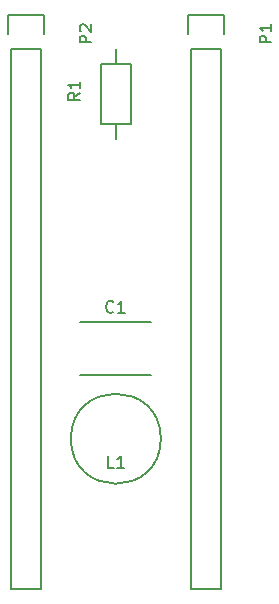
<source format=gbr>
G04 #@! TF.FileFunction,Legend,Top*
%FSLAX46Y46*%
G04 Gerber Fmt 4.6, Leading zero omitted, Abs format (unit mm)*
G04 Created by KiCad (PCBNEW 4.0.3+e1-6302~38~ubuntu16.04.1-stable) date Thu Aug 11 18:03:17 2016*
%MOMM*%
%LPD*%
G01*
G04 APERTURE LIST*
%ADD10C,0.100000*%
%ADD11C,0.150000*%
G04 APERTURE END LIST*
D10*
D11*
X89670000Y-87920000D02*
X95670000Y-87920000D01*
X95670000Y-92420000D02*
X89670000Y-92420000D01*
X96520000Y-97790000D02*
G75*
G03X96520000Y-97790000I-3810000J0D01*
G01*
X99060000Y-64770000D02*
X99060000Y-110490000D01*
X99060000Y-110490000D02*
X101600000Y-110490000D01*
X101600000Y-110490000D02*
X101600000Y-64770000D01*
X98780000Y-61950000D02*
X98780000Y-63500000D01*
X99060000Y-64770000D02*
X101600000Y-64770000D01*
X101880000Y-63500000D02*
X101880000Y-61950000D01*
X101880000Y-61950000D02*
X98780000Y-61950000D01*
X83820000Y-64770000D02*
X83820000Y-110490000D01*
X83820000Y-110490000D02*
X86360000Y-110490000D01*
X86360000Y-110490000D02*
X86360000Y-64770000D01*
X83540000Y-61950000D02*
X83540000Y-63500000D01*
X83820000Y-64770000D02*
X86360000Y-64770000D01*
X86640000Y-63500000D02*
X86640000Y-61950000D01*
X86640000Y-61950000D02*
X83540000Y-61950000D01*
X91440000Y-71120000D02*
X91440000Y-66040000D01*
X91440000Y-66040000D02*
X93980000Y-66040000D01*
X93980000Y-66040000D02*
X93980000Y-71120000D01*
X93980000Y-71120000D02*
X91440000Y-71120000D01*
X92710000Y-71120000D02*
X92710000Y-72390000D01*
X92710000Y-66040000D02*
X92710000Y-64770000D01*
X92503334Y-87027143D02*
X92455715Y-87074762D01*
X92312858Y-87122381D01*
X92217620Y-87122381D01*
X92074762Y-87074762D01*
X91979524Y-86979524D01*
X91931905Y-86884286D01*
X91884286Y-86693810D01*
X91884286Y-86550952D01*
X91931905Y-86360476D01*
X91979524Y-86265238D01*
X92074762Y-86170000D01*
X92217620Y-86122381D01*
X92312858Y-86122381D01*
X92455715Y-86170000D01*
X92503334Y-86217619D01*
X93455715Y-87122381D02*
X92884286Y-87122381D01*
X93170000Y-87122381D02*
X93170000Y-86122381D01*
X93074762Y-86265238D01*
X92979524Y-86360476D01*
X92884286Y-86408095D01*
X92543334Y-100241361D02*
X92067143Y-100241361D01*
X92067143Y-99241361D01*
X93400477Y-100241361D02*
X92829048Y-100241361D01*
X93114762Y-100241361D02*
X93114762Y-99241361D01*
X93019524Y-99384218D01*
X92924286Y-99479456D01*
X92829048Y-99527075D01*
X105882381Y-64238095D02*
X104882381Y-64238095D01*
X104882381Y-63857142D01*
X104930000Y-63761904D01*
X104977619Y-63714285D01*
X105072857Y-63666666D01*
X105215714Y-63666666D01*
X105310952Y-63714285D01*
X105358571Y-63761904D01*
X105406190Y-63857142D01*
X105406190Y-64238095D01*
X105882381Y-62714285D02*
X105882381Y-63285714D01*
X105882381Y-63000000D02*
X104882381Y-63000000D01*
X105025238Y-63095238D01*
X105120476Y-63190476D01*
X105168095Y-63285714D01*
X90642381Y-64238095D02*
X89642381Y-64238095D01*
X89642381Y-63857142D01*
X89690000Y-63761904D01*
X89737619Y-63714285D01*
X89832857Y-63666666D01*
X89975714Y-63666666D01*
X90070952Y-63714285D01*
X90118571Y-63761904D01*
X90166190Y-63857142D01*
X90166190Y-64238095D01*
X89737619Y-63285714D02*
X89690000Y-63238095D01*
X89642381Y-63142857D01*
X89642381Y-62904761D01*
X89690000Y-62809523D01*
X89737619Y-62761904D01*
X89832857Y-62714285D01*
X89928095Y-62714285D01*
X90070952Y-62761904D01*
X90642381Y-63333333D01*
X90642381Y-62714285D01*
X89662261Y-68497746D02*
X89186070Y-68831080D01*
X89662261Y-69069175D02*
X88662261Y-69069175D01*
X88662261Y-68688222D01*
X88709880Y-68592984D01*
X88757499Y-68545365D01*
X88852737Y-68497746D01*
X88995594Y-68497746D01*
X89090832Y-68545365D01*
X89138451Y-68592984D01*
X89186070Y-68688222D01*
X89186070Y-69069175D01*
X89662261Y-67545365D02*
X89662261Y-68116794D01*
X89662261Y-67831080D02*
X88662261Y-67831080D01*
X88805118Y-67926318D01*
X88900356Y-68021556D01*
X88947975Y-68116794D01*
M02*

</source>
